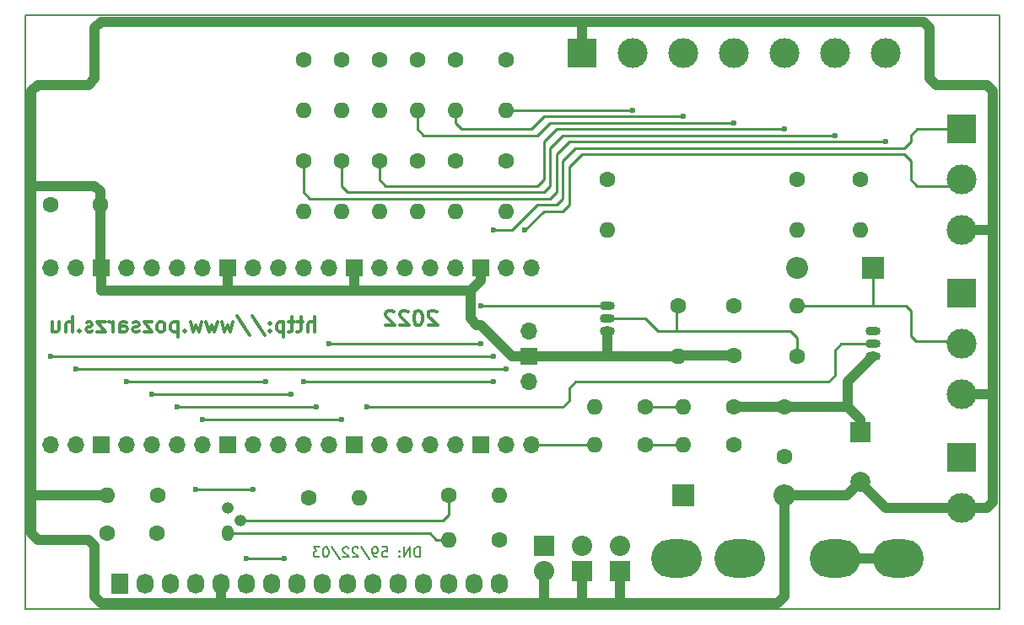
<source format=gbr>
G04 #@! TF.FileFunction,Copper,L2,Bot,Signal*
%FSLAX46Y46*%
G04 Gerber Fmt 4.6, Leading zero omitted, Abs format (unit mm)*
G04 Created by KiCad (PCBNEW 4.0.5+dfsg1-4+deb9u1) date Sun Oct  9 21:53:40 2022*
%MOMM*%
%LPD*%
G01*
G04 APERTURE LIST*
%ADD10C,0.100000*%
%ADD11C,0.150000*%
%ADD12C,0.300000*%
%ADD13O,1.700000X1.700000*%
%ADD14R,1.700000X1.700000*%
%ADD15C,1.600000*%
%ADD16O,1.600000X1.600000*%
%ADD17R,3.000000X3.000000*%
%ADD18C,3.000000*%
%ADD19R,1.727200X2.032000*%
%ADD20O,1.727200X2.032000*%
%ADD21R,2.000000X2.000000*%
%ADD22C,2.000000*%
%ADD23R,2.200000X2.200000*%
%ADD24O,2.200000X2.200000*%
%ADD25O,5.080000X3.840000*%
%ADD26R,2.032000X2.032000*%
%ADD27O,2.032000X2.032000*%
%ADD28O,1.501140X0.899160*%
%ADD29O,1.200000X1.600000*%
%ADD30O,1.200000X1.200000*%
%ADD31C,0.800000*%
%ADD32C,0.600000*%
%ADD33C,1.000000*%
%ADD34C,0.250000*%
G04 APERTURE END LIST*
D10*
D11*
X141199524Y-114117381D02*
X141199524Y-113117381D01*
X140961429Y-113117381D01*
X140818571Y-113165000D01*
X140723333Y-113260238D01*
X140675714Y-113355476D01*
X140628095Y-113545952D01*
X140628095Y-113688810D01*
X140675714Y-113879286D01*
X140723333Y-113974524D01*
X140818571Y-114069762D01*
X140961429Y-114117381D01*
X141199524Y-114117381D01*
X140199524Y-114117381D02*
X140199524Y-113117381D01*
X139628095Y-114117381D01*
X139628095Y-113117381D01*
X139151905Y-114022143D02*
X139104286Y-114069762D01*
X139151905Y-114117381D01*
X139199524Y-114069762D01*
X139151905Y-114022143D01*
X139151905Y-114117381D01*
X139151905Y-113498333D02*
X139104286Y-113545952D01*
X139151905Y-113593571D01*
X139199524Y-113545952D01*
X139151905Y-113498333D01*
X139151905Y-113593571D01*
X137437619Y-113117381D02*
X137913810Y-113117381D01*
X137961429Y-113593571D01*
X137913810Y-113545952D01*
X137818572Y-113498333D01*
X137580476Y-113498333D01*
X137485238Y-113545952D01*
X137437619Y-113593571D01*
X137390000Y-113688810D01*
X137390000Y-113926905D01*
X137437619Y-114022143D01*
X137485238Y-114069762D01*
X137580476Y-114117381D01*
X137818572Y-114117381D01*
X137913810Y-114069762D01*
X137961429Y-114022143D01*
X136913810Y-114117381D02*
X136723334Y-114117381D01*
X136628095Y-114069762D01*
X136580476Y-114022143D01*
X136485238Y-113879286D01*
X136437619Y-113688810D01*
X136437619Y-113307857D01*
X136485238Y-113212619D01*
X136532857Y-113165000D01*
X136628095Y-113117381D01*
X136818572Y-113117381D01*
X136913810Y-113165000D01*
X136961429Y-113212619D01*
X137009048Y-113307857D01*
X137009048Y-113545952D01*
X136961429Y-113641190D01*
X136913810Y-113688810D01*
X136818572Y-113736429D01*
X136628095Y-113736429D01*
X136532857Y-113688810D01*
X136485238Y-113641190D01*
X136437619Y-113545952D01*
X135294762Y-113069762D02*
X136151905Y-114355476D01*
X135009048Y-113212619D02*
X134961429Y-113165000D01*
X134866191Y-113117381D01*
X134628095Y-113117381D01*
X134532857Y-113165000D01*
X134485238Y-113212619D01*
X134437619Y-113307857D01*
X134437619Y-113403095D01*
X134485238Y-113545952D01*
X135056667Y-114117381D01*
X134437619Y-114117381D01*
X134056667Y-113212619D02*
X134009048Y-113165000D01*
X133913810Y-113117381D01*
X133675714Y-113117381D01*
X133580476Y-113165000D01*
X133532857Y-113212619D01*
X133485238Y-113307857D01*
X133485238Y-113403095D01*
X133532857Y-113545952D01*
X134104286Y-114117381D01*
X133485238Y-114117381D01*
X132342381Y-113069762D02*
X133199524Y-114355476D01*
X131818572Y-113117381D02*
X131723333Y-113117381D01*
X131628095Y-113165000D01*
X131580476Y-113212619D01*
X131532857Y-113307857D01*
X131485238Y-113498333D01*
X131485238Y-113736429D01*
X131532857Y-113926905D01*
X131580476Y-114022143D01*
X131628095Y-114069762D01*
X131723333Y-114117381D01*
X131818572Y-114117381D01*
X131913810Y-114069762D01*
X131961429Y-114022143D01*
X132009048Y-113926905D01*
X132056667Y-113736429D01*
X132056667Y-113498333D01*
X132009048Y-113307857D01*
X131961429Y-113212619D01*
X131913810Y-113165000D01*
X131818572Y-113117381D01*
X131151905Y-113117381D02*
X130532857Y-113117381D01*
X130866191Y-113498333D01*
X130723333Y-113498333D01*
X130628095Y-113545952D01*
X130580476Y-113593571D01*
X130532857Y-113688810D01*
X130532857Y-113926905D01*
X130580476Y-114022143D01*
X130628095Y-114069762D01*
X130723333Y-114117381D01*
X131009048Y-114117381D01*
X131104286Y-114069762D01*
X131151905Y-114022143D01*
D12*
X142906428Y-89491429D02*
X142834999Y-89420000D01*
X142692142Y-89348571D01*
X142334999Y-89348571D01*
X142192142Y-89420000D01*
X142120713Y-89491429D01*
X142049285Y-89634286D01*
X142049285Y-89777143D01*
X142120713Y-89991429D01*
X142977856Y-90848571D01*
X142049285Y-90848571D01*
X141120714Y-89348571D02*
X140977857Y-89348571D01*
X140835000Y-89420000D01*
X140763571Y-89491429D01*
X140692142Y-89634286D01*
X140620714Y-89920000D01*
X140620714Y-90277143D01*
X140692142Y-90562857D01*
X140763571Y-90705714D01*
X140835000Y-90777143D01*
X140977857Y-90848571D01*
X141120714Y-90848571D01*
X141263571Y-90777143D01*
X141335000Y-90705714D01*
X141406428Y-90562857D01*
X141477857Y-90277143D01*
X141477857Y-89920000D01*
X141406428Y-89634286D01*
X141335000Y-89491429D01*
X141263571Y-89420000D01*
X141120714Y-89348571D01*
X140049286Y-89491429D02*
X139977857Y-89420000D01*
X139835000Y-89348571D01*
X139477857Y-89348571D01*
X139335000Y-89420000D01*
X139263571Y-89491429D01*
X139192143Y-89634286D01*
X139192143Y-89777143D01*
X139263571Y-89991429D01*
X140120714Y-90848571D01*
X139192143Y-90848571D01*
X138620715Y-89491429D02*
X138549286Y-89420000D01*
X138406429Y-89348571D01*
X138049286Y-89348571D01*
X137906429Y-89420000D01*
X137835000Y-89491429D01*
X137763572Y-89634286D01*
X137763572Y-89777143D01*
X137835000Y-89991429D01*
X138692143Y-90848571D01*
X137763572Y-90848571D01*
X130617859Y-91483571D02*
X130617859Y-89983571D01*
X129975002Y-91483571D02*
X129975002Y-90697857D01*
X130046431Y-90555000D01*
X130189288Y-90483571D01*
X130403573Y-90483571D01*
X130546431Y-90555000D01*
X130617859Y-90626429D01*
X129475002Y-90483571D02*
X128903573Y-90483571D01*
X129260716Y-89983571D02*
X129260716Y-91269286D01*
X129189288Y-91412143D01*
X129046430Y-91483571D01*
X128903573Y-91483571D01*
X128617859Y-90483571D02*
X128046430Y-90483571D01*
X128403573Y-89983571D02*
X128403573Y-91269286D01*
X128332145Y-91412143D01*
X128189287Y-91483571D01*
X128046430Y-91483571D01*
X127546430Y-90483571D02*
X127546430Y-91983571D01*
X127546430Y-90555000D02*
X127403573Y-90483571D01*
X127117859Y-90483571D01*
X126975002Y-90555000D01*
X126903573Y-90626429D01*
X126832144Y-90769286D01*
X126832144Y-91197857D01*
X126903573Y-91340714D01*
X126975002Y-91412143D01*
X127117859Y-91483571D01*
X127403573Y-91483571D01*
X127546430Y-91412143D01*
X126189287Y-91340714D02*
X126117859Y-91412143D01*
X126189287Y-91483571D01*
X126260716Y-91412143D01*
X126189287Y-91340714D01*
X126189287Y-91483571D01*
X126189287Y-90555000D02*
X126117859Y-90626429D01*
X126189287Y-90697857D01*
X126260716Y-90626429D01*
X126189287Y-90555000D01*
X126189287Y-90697857D01*
X124403573Y-89912143D02*
X125689287Y-91840714D01*
X122832144Y-89912143D02*
X124117858Y-91840714D01*
X122475000Y-90483571D02*
X122189286Y-91483571D01*
X121903572Y-90769286D01*
X121617857Y-91483571D01*
X121332143Y-90483571D01*
X120903571Y-90483571D02*
X120617857Y-91483571D01*
X120332143Y-90769286D01*
X120046428Y-91483571D01*
X119760714Y-90483571D01*
X119332142Y-90483571D02*
X119046428Y-91483571D01*
X118760714Y-90769286D01*
X118474999Y-91483571D01*
X118189285Y-90483571D01*
X117617856Y-91340714D02*
X117546428Y-91412143D01*
X117617856Y-91483571D01*
X117689285Y-91412143D01*
X117617856Y-91340714D01*
X117617856Y-91483571D01*
X116903570Y-90483571D02*
X116903570Y-91983571D01*
X116903570Y-90555000D02*
X116760713Y-90483571D01*
X116474999Y-90483571D01*
X116332142Y-90555000D01*
X116260713Y-90626429D01*
X116189284Y-90769286D01*
X116189284Y-91197857D01*
X116260713Y-91340714D01*
X116332142Y-91412143D01*
X116474999Y-91483571D01*
X116760713Y-91483571D01*
X116903570Y-91412143D01*
X115332141Y-91483571D02*
X115474999Y-91412143D01*
X115546427Y-91340714D01*
X115617856Y-91197857D01*
X115617856Y-90769286D01*
X115546427Y-90626429D01*
X115474999Y-90555000D01*
X115332141Y-90483571D01*
X115117856Y-90483571D01*
X114974999Y-90555000D01*
X114903570Y-90626429D01*
X114832141Y-90769286D01*
X114832141Y-91197857D01*
X114903570Y-91340714D01*
X114974999Y-91412143D01*
X115117856Y-91483571D01*
X115332141Y-91483571D01*
X114332141Y-90483571D02*
X113546427Y-90483571D01*
X114332141Y-91483571D01*
X113546427Y-91483571D01*
X113046427Y-91412143D02*
X112903570Y-91483571D01*
X112617855Y-91483571D01*
X112474998Y-91412143D01*
X112403570Y-91269286D01*
X112403570Y-91197857D01*
X112474998Y-91055000D01*
X112617855Y-90983571D01*
X112832141Y-90983571D01*
X112974998Y-90912143D01*
X113046427Y-90769286D01*
X113046427Y-90697857D01*
X112974998Y-90555000D01*
X112832141Y-90483571D01*
X112617855Y-90483571D01*
X112474998Y-90555000D01*
X111117855Y-91483571D02*
X111117855Y-90697857D01*
X111189284Y-90555000D01*
X111332141Y-90483571D01*
X111617855Y-90483571D01*
X111760712Y-90555000D01*
X111117855Y-91412143D02*
X111260712Y-91483571D01*
X111617855Y-91483571D01*
X111760712Y-91412143D01*
X111832141Y-91269286D01*
X111832141Y-91126429D01*
X111760712Y-90983571D01*
X111617855Y-90912143D01*
X111260712Y-90912143D01*
X111117855Y-90840714D01*
X110403569Y-91483571D02*
X110403569Y-90483571D01*
X110403569Y-90769286D02*
X110332141Y-90626429D01*
X110260712Y-90555000D01*
X110117855Y-90483571D01*
X109974998Y-90483571D01*
X109617855Y-90483571D02*
X108832141Y-90483571D01*
X109617855Y-91483571D01*
X108832141Y-91483571D01*
X108332141Y-91412143D02*
X108189284Y-91483571D01*
X107903569Y-91483571D01*
X107760712Y-91412143D01*
X107689284Y-91269286D01*
X107689284Y-91197857D01*
X107760712Y-91055000D01*
X107903569Y-90983571D01*
X108117855Y-90983571D01*
X108260712Y-90912143D01*
X108332141Y-90769286D01*
X108332141Y-90697857D01*
X108260712Y-90555000D01*
X108117855Y-90483571D01*
X107903569Y-90483571D01*
X107760712Y-90555000D01*
X107046426Y-91340714D02*
X106974998Y-91412143D01*
X107046426Y-91483571D01*
X107117855Y-91412143D01*
X107046426Y-91340714D01*
X107046426Y-91483571D01*
X106332140Y-91483571D02*
X106332140Y-89983571D01*
X105689283Y-91483571D02*
X105689283Y-90697857D01*
X105760712Y-90555000D01*
X105903569Y-90483571D01*
X106117854Y-90483571D01*
X106260712Y-90555000D01*
X106332140Y-90626429D01*
X104332140Y-90483571D02*
X104332140Y-91483571D01*
X104974997Y-90483571D02*
X104974997Y-91269286D01*
X104903569Y-91412143D01*
X104760711Y-91483571D01*
X104546426Y-91483571D01*
X104403569Y-91412143D01*
X104332140Y-91340714D01*
D11*
X101600000Y-119380000D02*
X101600000Y-59690000D01*
X199390000Y-119380000D02*
X101600000Y-119380000D01*
X199390000Y-59690000D02*
X199390000Y-119380000D01*
X101600000Y-59690000D02*
X199390000Y-59690000D01*
D13*
X104140000Y-102870000D03*
X106680000Y-102870000D03*
D14*
X109220000Y-102870000D03*
D13*
X111760000Y-102870000D03*
X114300000Y-102870000D03*
X116840000Y-102870000D03*
X119380000Y-102870000D03*
D14*
X121920000Y-102870000D03*
D13*
X124460000Y-102870000D03*
X127000000Y-102870000D03*
X129540000Y-102870000D03*
X132080000Y-102870000D03*
D14*
X134620000Y-102870000D03*
D13*
X137160000Y-102870000D03*
X139700000Y-102870000D03*
X142240000Y-102870000D03*
X144780000Y-102870000D03*
D14*
X147320000Y-102870000D03*
D13*
X149860000Y-102870000D03*
X152400000Y-102870000D03*
X152400000Y-85090000D03*
X149860000Y-85090000D03*
D14*
X147320000Y-85090000D03*
D13*
X144780000Y-85090000D03*
X142240000Y-85090000D03*
X139700000Y-85090000D03*
X137160000Y-85090000D03*
D14*
X134620000Y-85090000D03*
D13*
X132080000Y-85090000D03*
X129540000Y-85090000D03*
X127000000Y-85090000D03*
X124460000Y-85090000D03*
D14*
X121920000Y-85090000D03*
D13*
X119380000Y-85090000D03*
X116840000Y-85090000D03*
X114300000Y-85090000D03*
X111760000Y-85090000D03*
D14*
X109220000Y-85090000D03*
D13*
X106680000Y-85090000D03*
X104140000Y-85090000D03*
X152170000Y-96520000D03*
D14*
X152170000Y-93980000D03*
D13*
X152170000Y-91440000D03*
D15*
X149225000Y-112395000D03*
D16*
X144145000Y-112395000D03*
D17*
X195580000Y-87630000D03*
D18*
X195580000Y-92710000D03*
X195580000Y-97790000D03*
D19*
X111125000Y-116840000D03*
D20*
X113665000Y-116840000D03*
X116205000Y-116840000D03*
X118745000Y-116840000D03*
X121285000Y-116840000D03*
X123825000Y-116840000D03*
X126365000Y-116840000D03*
X128905000Y-116840000D03*
X131445000Y-116840000D03*
X133985000Y-116840000D03*
X136525000Y-116840000D03*
X139065000Y-116840000D03*
X141605000Y-116840000D03*
X144145000Y-116840000D03*
X146685000Y-116840000D03*
X149225000Y-116840000D03*
D21*
X185420000Y-101600000D03*
D22*
X185420000Y-106600000D03*
D15*
X114808000Y-111760000D03*
X109808000Y-111760000D03*
X172720000Y-88900000D03*
X172720000Y-93900000D03*
X104140000Y-78740000D03*
X109140000Y-78740000D03*
X177800000Y-99060000D03*
X177800000Y-104060000D03*
D23*
X167640000Y-107950000D03*
D24*
X177800000Y-107950000D03*
D23*
X186690000Y-85090000D03*
D24*
X179070000Y-85090000D03*
D25*
X189230000Y-114300000D03*
X182880000Y-114300000D03*
X173355000Y-114300000D03*
X167005000Y-114300000D03*
D17*
X195580000Y-104140000D03*
D18*
X195580000Y-109220000D03*
D17*
X195580000Y-71120000D03*
D18*
X195580000Y-76200000D03*
X195580000Y-81280000D03*
D26*
X153670000Y-113030000D03*
D27*
X153670000Y-115570000D03*
D26*
X157480000Y-115570000D03*
D27*
X157480000Y-113030000D03*
D26*
X161290000Y-115570000D03*
D27*
X161290000Y-113030000D03*
D18*
X182880000Y-63500000D03*
X162560000Y-63500000D03*
X167640000Y-63500000D03*
D17*
X157480000Y-63500000D03*
D18*
X172720000Y-63500000D03*
X177800000Y-63500000D03*
X187960000Y-63500000D03*
D15*
X179070000Y-76200000D03*
D16*
X179070000Y-81280000D03*
D15*
X179070000Y-93980000D03*
D16*
X179070000Y-88900000D03*
D15*
X185420000Y-76200000D03*
D16*
X185420000Y-81280000D03*
D15*
X167132000Y-88900000D03*
D16*
X167132000Y-93980000D03*
D15*
X130048000Y-108204000D03*
D16*
X135128000Y-108204000D03*
D15*
X160020000Y-76200000D03*
D16*
X160020000Y-81280000D03*
D15*
X114935000Y-107950000D03*
D16*
X109855000Y-107950000D03*
D15*
X144145000Y-107950000D03*
D16*
X149225000Y-107950000D03*
D28*
X186690000Y-92710000D03*
X186690000Y-91440000D03*
X186690000Y-93980000D03*
X160020000Y-90170000D03*
X160020000Y-91440000D03*
X160020000Y-88900000D03*
D29*
X121920000Y-111760000D03*
D30*
X123190000Y-110490000D03*
X121920000Y-109220000D03*
D15*
X129540000Y-74295000D03*
D16*
X129540000Y-79375000D03*
D15*
X133350000Y-74295000D03*
D16*
X133350000Y-79375000D03*
D15*
X137160000Y-74295000D03*
D16*
X137160000Y-79375000D03*
D15*
X140970000Y-74295000D03*
D16*
X140970000Y-79375000D03*
D15*
X144780000Y-74295000D03*
D16*
X144780000Y-79375000D03*
D15*
X149860000Y-74295000D03*
D16*
X149860000Y-79375000D03*
D15*
X163830000Y-99060000D03*
D16*
X158750000Y-99060000D03*
D15*
X163830000Y-102870000D03*
D16*
X158750000Y-102870000D03*
D15*
X129540000Y-64135000D03*
D16*
X129540000Y-69215000D03*
D15*
X133350000Y-64135000D03*
D16*
X133350000Y-69215000D03*
D15*
X137160000Y-64135000D03*
D16*
X137160000Y-69215000D03*
D15*
X140970000Y-64135000D03*
D16*
X140970000Y-69215000D03*
D15*
X144780000Y-64135000D03*
D16*
X144780000Y-69215000D03*
D15*
X149860000Y-64135000D03*
D16*
X149860000Y-69215000D03*
D15*
X172720000Y-99060000D03*
D16*
X167640000Y-99060000D03*
D15*
X172720000Y-102870000D03*
D16*
X167640000Y-102870000D03*
D31*
X146304000Y-87376000D03*
X109220000Y-87376000D03*
X121920000Y-87376000D03*
X134620000Y-87376000D03*
D32*
X135890000Y-99060000D03*
X124460000Y-107315000D03*
X118745000Y-107315000D03*
X127635000Y-114300000D03*
X123825000Y-114300000D03*
X125730000Y-96520000D03*
X111760000Y-96520000D03*
X114300000Y-97790000D03*
X128270000Y-97790000D03*
X130810000Y-99060000D03*
X116840000Y-99060000D03*
X133350000Y-100330000D03*
X119380000Y-100330000D03*
X129540000Y-96520000D03*
X148590000Y-96520000D03*
X147320000Y-92710000D03*
X147320000Y-88900000D03*
X132080000Y-92710000D03*
X148590000Y-81280000D03*
X148590000Y-93980000D03*
X104140000Y-93980000D03*
X149860000Y-95250000D03*
X106680000Y-95250000D03*
X151765000Y-81280000D03*
X182880000Y-71755000D03*
X162560000Y-69215000D03*
X167640000Y-69850000D03*
X172720000Y-70485000D03*
X177800000Y-71120000D03*
X187960000Y-72390000D03*
D33*
X186690000Y-93980000D02*
X184150000Y-96520000D01*
X184150000Y-96520000D02*
X184150000Y-99060000D01*
X177800000Y-99060000D02*
X184150000Y-99060000D01*
X185420000Y-100330000D02*
X185420000Y-101600000D01*
X184150000Y-99060000D02*
X185420000Y-100330000D01*
X172720000Y-99060000D02*
X177800000Y-99060000D01*
X113665000Y-118745000D02*
X116205000Y-118745000D01*
X108585000Y-113030000D02*
X108585000Y-118110000D01*
X108585000Y-118110000D02*
X109220000Y-118745000D01*
X109220000Y-118745000D02*
X113665000Y-118745000D01*
X147320000Y-90805000D02*
X146939000Y-90805000D01*
X146939000Y-90805000D02*
X146304000Y-90170000D01*
X146304000Y-87376000D02*
X146304000Y-90170000D01*
X110998000Y-87376000D02*
X109220000Y-87376000D01*
X109220000Y-87376000D02*
X109220000Y-86360000D01*
X150495000Y-93980000D02*
X147320000Y-90805000D01*
X152170000Y-93980000D02*
X150495000Y-93980000D01*
X160020000Y-91440000D02*
X160020000Y-93980000D01*
X167132000Y-93980000D02*
X160528000Y-93980000D01*
X160528000Y-93980000D02*
X160020000Y-93980000D01*
X160020000Y-93980000D02*
X152170000Y-93980000D01*
X167132000Y-93980000D02*
X167212000Y-93900000D01*
X167212000Y-93900000D02*
X172720000Y-93900000D01*
X134620000Y-85090000D02*
X134620000Y-86868000D01*
X121920000Y-85090000D02*
X121920000Y-87376000D01*
X109220000Y-85090000D02*
X109220000Y-86360000D01*
X110998000Y-87376000D02*
X121920000Y-87376000D01*
X146304000Y-87376000D02*
X147320000Y-86360000D01*
X144780000Y-87376000D02*
X146304000Y-87376000D01*
X147320000Y-86360000D02*
X147320000Y-85090000D01*
X121920000Y-87376000D02*
X134620000Y-87376000D01*
X134620000Y-87376000D02*
X144780000Y-87376000D01*
X109855000Y-107950000D02*
X102235000Y-107950000D01*
X109140000Y-78740000D02*
X109140000Y-77390000D01*
X108585000Y-76835000D02*
X102235000Y-76835000D01*
X109140000Y-77390000D02*
X108585000Y-76835000D01*
X161290000Y-115570000D02*
X161290000Y-118745000D01*
X177800000Y-107950000D02*
X177800000Y-118110000D01*
X177165000Y-118745000D02*
X161290000Y-118745000D01*
X161290000Y-118745000D02*
X160655000Y-118745000D01*
X177800000Y-118110000D02*
X177165000Y-118745000D01*
X198120000Y-109220000D02*
X198755000Y-108585000D01*
X195580000Y-97790000D02*
X198755000Y-97790000D01*
X195580000Y-81280000D02*
X198755000Y-81280000D01*
X157480000Y-63500000D02*
X157480000Y-60325000D01*
X121285000Y-116840000D02*
X121285000Y-118745000D01*
X153670000Y-115570000D02*
X153670000Y-118745000D01*
X157480000Y-115570000D02*
X157480000Y-118745000D01*
X116205000Y-118745000D02*
X121285000Y-118745000D01*
X107315000Y-112395000D02*
X107950000Y-112395000D01*
X102235000Y-76835000D02*
X102235000Y-88265000D01*
X107950000Y-112395000D02*
X108585000Y-113030000D01*
X102235000Y-88265000D02*
X102235000Y-107950000D01*
X102235000Y-107950000D02*
X102235000Y-111760000D01*
X102870000Y-112395000D02*
X107315000Y-112395000D01*
X102235000Y-111760000D02*
X102870000Y-112395000D01*
X102235000Y-73660000D02*
X102235000Y-76835000D01*
X109220000Y-60325000D02*
X108585000Y-60960000D01*
X108585000Y-60960000D02*
X108585000Y-66040000D01*
X108585000Y-66040000D02*
X107950000Y-66675000D01*
X107950000Y-66675000D02*
X102870000Y-66675000D01*
X102870000Y-66675000D02*
X102235000Y-67310000D01*
X102235000Y-67310000D02*
X102235000Y-73660000D01*
X157480000Y-60325000D02*
X109220000Y-60325000D01*
X185420000Y-60325000D02*
X157480000Y-60325000D01*
X195580000Y-109220000D02*
X198120000Y-109220000D01*
X198755000Y-108585000D02*
X198755000Y-97790000D01*
X198755000Y-97790000D02*
X198755000Y-81280000D01*
X198755000Y-81280000D02*
X198755000Y-67310000D01*
X198755000Y-67310000D02*
X198120000Y-66675000D01*
X198120000Y-66675000D02*
X193675000Y-66675000D01*
X192405000Y-60960000D02*
X191770000Y-60325000D01*
X192405000Y-65405000D02*
X192405000Y-60960000D01*
X191770000Y-60325000D02*
X185420000Y-60325000D01*
X193040000Y-66675000D02*
X192405000Y-66040000D01*
X192405000Y-66040000D02*
X192405000Y-65405000D01*
X193675000Y-66675000D02*
X193040000Y-66675000D01*
X121285000Y-118745000D02*
X153670000Y-118745000D01*
X153670000Y-118745000D02*
X157480000Y-118745000D01*
X157480000Y-118745000D02*
X160655000Y-118745000D01*
X109140000Y-78740000D02*
X109140000Y-85010000D01*
X109140000Y-85010000D02*
X109220000Y-85090000D01*
X185420000Y-106600000D02*
X185420000Y-106680000D01*
X185420000Y-106680000D02*
X187960000Y-109220000D01*
X187960000Y-109220000D02*
X195580000Y-109220000D01*
X177800000Y-107950000D02*
X184070000Y-107950000D01*
X184070000Y-107950000D02*
X185420000Y-106600000D01*
X189230000Y-114300000D02*
X182880000Y-114300000D01*
D34*
X183515000Y-92710000D02*
X182880000Y-93345000D01*
X182880000Y-93345000D02*
X182880000Y-95885000D01*
X182880000Y-95885000D02*
X182245000Y-96520000D01*
X182245000Y-96520000D02*
X180340000Y-96520000D01*
X180340000Y-96520000D02*
X156845000Y-96520000D01*
X156845000Y-96520000D02*
X156210000Y-97155000D01*
X156210000Y-97155000D02*
X156210000Y-98425000D01*
X156210000Y-98425000D02*
X155575000Y-99060000D01*
X155575000Y-99060000D02*
X136525000Y-99060000D01*
X183515000Y-92710000D02*
X186690000Y-92710000D01*
X135890000Y-99060000D02*
X136525000Y-99060000D01*
X167132000Y-88900000D02*
X167005000Y-89027000D01*
X167005000Y-89027000D02*
X167005000Y-91440000D01*
X179070000Y-92710000D02*
X179070000Y-92075000D01*
X165735000Y-91440000D02*
X165100000Y-91440000D01*
X178435000Y-91440000D02*
X167005000Y-91440000D01*
X167005000Y-91440000D02*
X165735000Y-91440000D01*
X179070000Y-92075000D02*
X178435000Y-91440000D01*
X165100000Y-91440000D02*
X163830000Y-90170000D01*
X163830000Y-90170000D02*
X163195000Y-90170000D01*
X165100000Y-91440000D02*
X163830000Y-90170000D01*
X160020000Y-90170000D02*
X163195000Y-90170000D01*
X179070000Y-92710000D02*
X179070000Y-93980000D01*
X160274000Y-90424000D02*
X160020000Y-90170000D01*
X118745000Y-107315000D02*
X124460000Y-107315000D01*
X123825000Y-114300000D02*
X127635000Y-114300000D01*
X111760000Y-96520000D02*
X125730000Y-96520000D01*
X128270000Y-97790000D02*
X114300000Y-97790000D01*
X116840000Y-99060000D02*
X130810000Y-99060000D01*
X119380000Y-100330000D02*
X133350000Y-100330000D01*
X148590000Y-96520000D02*
X129540000Y-96520000D01*
X123190000Y-110490000D02*
X143510000Y-110490000D01*
X144145000Y-109855000D02*
X144145000Y-107950000D01*
X143510000Y-110490000D02*
X144145000Y-109855000D01*
X149352000Y-88900000D02*
X160020000Y-88900000D01*
X149352000Y-88900000D02*
X148844000Y-88900000D01*
X148844000Y-88900000D02*
X147828000Y-88900000D01*
X147320000Y-92710000D02*
X132715000Y-92710000D01*
X147828000Y-88900000D02*
X147320000Y-88900000D01*
X132080000Y-92710000D02*
X132715000Y-92710000D01*
X186690000Y-85090000D02*
X186690000Y-88900000D01*
X185928000Y-88900000D02*
X186690000Y-88900000D01*
X186690000Y-88900000D02*
X189992000Y-88900000D01*
X191008000Y-92456000D02*
X190500000Y-91948000D01*
X191008000Y-92456000D02*
X195326000Y-92456000D01*
X190500000Y-89408000D02*
X189992000Y-88900000D01*
X190500000Y-91948000D02*
X190500000Y-89408000D01*
X195580000Y-92710000D02*
X195326000Y-92456000D01*
X179070000Y-88900000D02*
X185928000Y-88900000D01*
X150495000Y-81280000D02*
X153035000Y-78740000D01*
X154940000Y-78740000D02*
X155575000Y-78105000D01*
X153035000Y-78740000D02*
X154940000Y-78740000D01*
X147955000Y-93980000D02*
X148590000Y-93980000D01*
X148590000Y-81280000D02*
X149225000Y-81280000D01*
X170180000Y-73025000D02*
X160020000Y-73025000D01*
X190500000Y-71755000D02*
X191135000Y-71120000D01*
X195580000Y-71120000D02*
X191770000Y-71120000D01*
X190500000Y-72390000D02*
X189865000Y-73025000D01*
X190500000Y-71755000D02*
X190500000Y-72390000D01*
X191770000Y-71120000D02*
X191135000Y-71120000D01*
X170180000Y-73025000D02*
X189865000Y-73025000D01*
X150495000Y-81280000D02*
X149225000Y-81280000D01*
X155575000Y-74295000D02*
X155575000Y-78105000D01*
X156845000Y-73025000D02*
X155575000Y-74295000D01*
X160020000Y-73025000D02*
X156845000Y-73025000D01*
X104140000Y-93980000D02*
X147955000Y-93980000D01*
X185420000Y-73660000D02*
X157480000Y-73660000D01*
X189865000Y-73660000D02*
X185420000Y-73660000D01*
X190500000Y-74295000D02*
X189865000Y-73660000D01*
X190500000Y-76200000D02*
X190500000Y-74295000D01*
X191135000Y-76835000D02*
X190500000Y-76200000D01*
X194945000Y-76835000D02*
X191135000Y-76835000D01*
X106680000Y-95250000D02*
X148590000Y-95250000D01*
X148590000Y-95250000D02*
X149860000Y-95250000D01*
X153670000Y-79375000D02*
X151765000Y-81280000D01*
X155575000Y-79375000D02*
X153670000Y-79375000D01*
X156210000Y-78740000D02*
X155575000Y-79375000D01*
X156210000Y-74930000D02*
X156210000Y-78740000D01*
X157480000Y-73660000D02*
X156210000Y-74930000D01*
X195580000Y-76200000D02*
X194945000Y-76835000D01*
X153035000Y-77470000D02*
X153670000Y-77470000D01*
X154305000Y-76835000D02*
X154305000Y-76200000D01*
X153670000Y-77470000D02*
X154305000Y-76835000D01*
X182245000Y-71755000D02*
X182880000Y-71755000D01*
X155575000Y-71755000D02*
X182245000Y-71755000D01*
X154305000Y-73025000D02*
X155575000Y-71755000D01*
X154305000Y-76200000D02*
X154305000Y-73025000D01*
X133350000Y-74295000D02*
X133350000Y-76835000D01*
X133985000Y-77470000D02*
X153035000Y-77470000D01*
X133350000Y-76835000D02*
X133985000Y-77470000D01*
X161925000Y-69215000D02*
X162560000Y-69215000D01*
X149860000Y-69215000D02*
X161925000Y-69215000D01*
X146050000Y-71120000D02*
X152400000Y-71120000D01*
X145415000Y-71120000D02*
X144780000Y-70485000D01*
X144780000Y-70485000D02*
X144780000Y-69215000D01*
X146050000Y-71120000D02*
X145415000Y-71120000D01*
X153670000Y-69850000D02*
X167005000Y-69850000D01*
X152400000Y-71120000D02*
X153670000Y-69850000D01*
X167640000Y-69850000D02*
X167005000Y-69850000D01*
X144780000Y-69215000D02*
X144780000Y-69850000D01*
X172085000Y-70485000D02*
X172720000Y-70485000D01*
X153035000Y-71755000D02*
X154305000Y-70485000D01*
X154305000Y-70485000D02*
X172085000Y-70485000D01*
X140970000Y-69215000D02*
X140970000Y-71120000D01*
X141605000Y-71755000D02*
X140970000Y-71120000D01*
X153035000Y-71755000D02*
X141605000Y-71755000D01*
X152400000Y-76835000D02*
X153035000Y-76835000D01*
X153670000Y-76200000D02*
X153670000Y-74930000D01*
X153035000Y-76835000D02*
X153670000Y-76200000D01*
X137160000Y-76200000D02*
X137160000Y-74295000D01*
X137795000Y-76835000D02*
X152400000Y-76835000D01*
X137160000Y-76200000D02*
X137795000Y-76835000D01*
X153670000Y-74930000D02*
X153670000Y-72390000D01*
X153670000Y-72390000D02*
X154940000Y-71120000D01*
X154940000Y-71120000D02*
X177165000Y-71120000D01*
X177800000Y-71120000D02*
X177165000Y-71120000D01*
X153670000Y-78105000D02*
X154305000Y-78105000D01*
X154940000Y-77470000D02*
X154940000Y-76835000D01*
X154305000Y-78105000D02*
X154940000Y-77470000D01*
X187960000Y-72390000D02*
X187325000Y-72390000D01*
X154940000Y-76835000D02*
X154940000Y-73660000D01*
X154940000Y-73660000D02*
X156210000Y-72390000D01*
X156210000Y-72390000D02*
X187325000Y-72390000D01*
X129540000Y-77470000D02*
X130175000Y-78105000D01*
X130175000Y-78105000D02*
X153035000Y-78105000D01*
X129540000Y-77470000D02*
X129540000Y-74295000D01*
X153035000Y-78105000D02*
X153670000Y-78105000D01*
X163830000Y-99060000D02*
X167640000Y-99060000D01*
X167640000Y-102870000D02*
X163830000Y-102870000D01*
X121920000Y-111760000D02*
X142240000Y-111760000D01*
X142875000Y-112395000D02*
X144145000Y-112395000D01*
X142240000Y-111760000D02*
X142875000Y-112395000D01*
X158750000Y-102870000D02*
X152400000Y-102870000D01*
M02*

</source>
